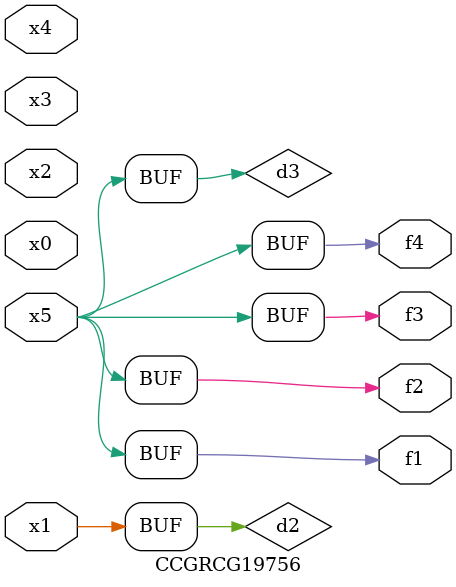
<source format=v>
module CCGRCG19756(
	input x0, x1, x2, x3, x4, x5,
	output f1, f2, f3, f4
);

	wire d1, d2, d3;

	not (d1, x5);
	or (d2, x1);
	xnor (d3, d1);
	assign f1 = d3;
	assign f2 = d3;
	assign f3 = d3;
	assign f4 = d3;
endmodule

</source>
